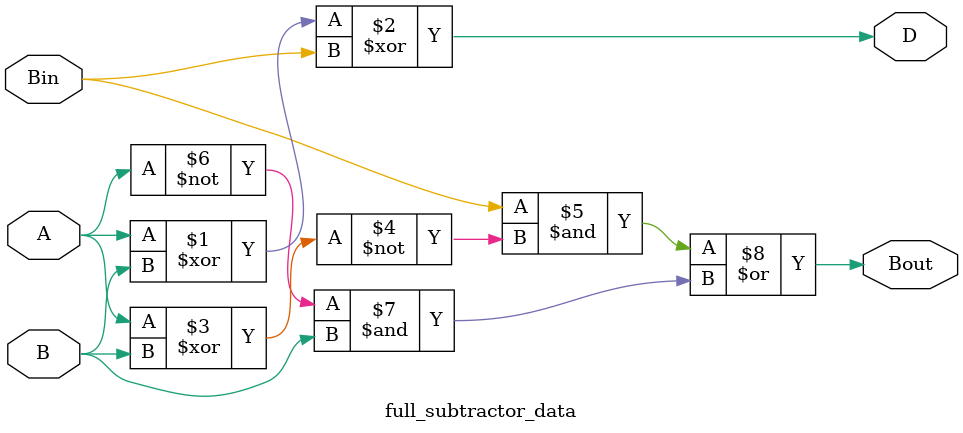
<source format=v>
module full_subtractor_data(A, B, Bin, D, Bout);
  input A, B, Bin;
  output D, Bout;
  
  assign D = A ^ B ^ Bin;
  assign Bout = (Bin & ~(A^B)) | (~A & B);
endmodule

</source>
